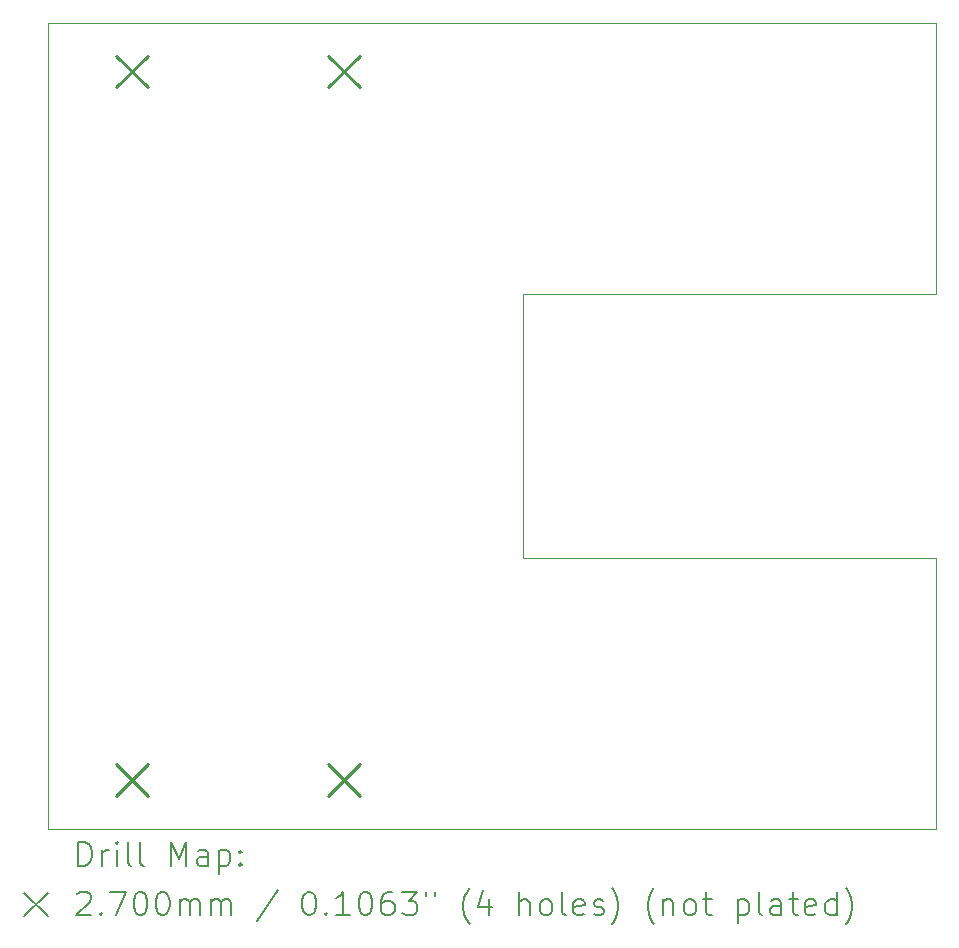
<source format=gbr>
%TF.GenerationSoftware,KiCad,Pcbnew,8.0.7-8.0.7-0~ubuntu22.04.1*%
%TF.CreationDate,2025-02-05T23:47:48-05:00*%
%TF.ProjectId,SHERPENT20250113,53484552-5045-44e5-9432-303235303131,rev?*%
%TF.SameCoordinates,Original*%
%TF.FileFunction,Drillmap*%
%TF.FilePolarity,Positive*%
%FSLAX45Y45*%
G04 Gerber Fmt 4.5, Leading zero omitted, Abs format (unit mm)*
G04 Created by KiCad (PCBNEW 8.0.7-8.0.7-0~ubuntu22.04.1) date 2025-02-05 23:47:48*
%MOMM*%
%LPD*%
G01*
G04 APERTURE LIST*
%ADD10C,0.050000*%
%ADD11C,0.200000*%
%ADD12C,0.270000*%
G04 APERTURE END LIST*
D10*
X17209760Y-11414800D02*
X20709880Y-11414800D01*
X20709880Y-11414800D02*
X20709880Y-13709640D01*
X20709880Y-6889840D02*
X20709880Y-9184680D01*
X13191480Y-13709640D02*
X13191480Y-6889840D01*
X17209760Y-9184680D02*
X17209760Y-11414800D01*
X20709880Y-13709640D02*
X13191480Y-13709640D01*
X13191480Y-6889840D02*
X20709880Y-6889840D01*
X20709880Y-9184680D02*
X17209760Y-9184680D01*
D11*
D12*
X13765000Y-7165000D02*
X14035000Y-7435000D01*
X14035000Y-7165000D02*
X13765000Y-7435000D01*
X13765000Y-13165000D02*
X14035000Y-13435000D01*
X14035000Y-13165000D02*
X13765000Y-13435000D01*
X15565000Y-7165000D02*
X15835000Y-7435000D01*
X15835000Y-7165000D02*
X15565000Y-7435000D01*
X15565000Y-13165000D02*
X15835000Y-13435000D01*
X15835000Y-13165000D02*
X15565000Y-13435000D01*
D11*
X13449757Y-14023624D02*
X13449757Y-13823624D01*
X13449757Y-13823624D02*
X13497376Y-13823624D01*
X13497376Y-13823624D02*
X13525947Y-13833148D01*
X13525947Y-13833148D02*
X13544995Y-13852195D01*
X13544995Y-13852195D02*
X13554519Y-13871243D01*
X13554519Y-13871243D02*
X13564042Y-13909338D01*
X13564042Y-13909338D02*
X13564042Y-13937909D01*
X13564042Y-13937909D02*
X13554519Y-13976005D01*
X13554519Y-13976005D02*
X13544995Y-13995052D01*
X13544995Y-13995052D02*
X13525947Y-14014100D01*
X13525947Y-14014100D02*
X13497376Y-14023624D01*
X13497376Y-14023624D02*
X13449757Y-14023624D01*
X13649757Y-14023624D02*
X13649757Y-13890290D01*
X13649757Y-13928386D02*
X13659281Y-13909338D01*
X13659281Y-13909338D02*
X13668804Y-13899814D01*
X13668804Y-13899814D02*
X13687852Y-13890290D01*
X13687852Y-13890290D02*
X13706900Y-13890290D01*
X13773566Y-14023624D02*
X13773566Y-13890290D01*
X13773566Y-13823624D02*
X13764042Y-13833148D01*
X13764042Y-13833148D02*
X13773566Y-13842671D01*
X13773566Y-13842671D02*
X13783090Y-13833148D01*
X13783090Y-13833148D02*
X13773566Y-13823624D01*
X13773566Y-13823624D02*
X13773566Y-13842671D01*
X13897376Y-14023624D02*
X13878328Y-14014100D01*
X13878328Y-14014100D02*
X13868804Y-13995052D01*
X13868804Y-13995052D02*
X13868804Y-13823624D01*
X14002138Y-14023624D02*
X13983090Y-14014100D01*
X13983090Y-14014100D02*
X13973566Y-13995052D01*
X13973566Y-13995052D02*
X13973566Y-13823624D01*
X14230709Y-14023624D02*
X14230709Y-13823624D01*
X14230709Y-13823624D02*
X14297376Y-13966481D01*
X14297376Y-13966481D02*
X14364042Y-13823624D01*
X14364042Y-13823624D02*
X14364042Y-14023624D01*
X14544995Y-14023624D02*
X14544995Y-13918862D01*
X14544995Y-13918862D02*
X14535471Y-13899814D01*
X14535471Y-13899814D02*
X14516423Y-13890290D01*
X14516423Y-13890290D02*
X14478328Y-13890290D01*
X14478328Y-13890290D02*
X14459281Y-13899814D01*
X14544995Y-14014100D02*
X14525947Y-14023624D01*
X14525947Y-14023624D02*
X14478328Y-14023624D01*
X14478328Y-14023624D02*
X14459281Y-14014100D01*
X14459281Y-14014100D02*
X14449757Y-13995052D01*
X14449757Y-13995052D02*
X14449757Y-13976005D01*
X14449757Y-13976005D02*
X14459281Y-13956957D01*
X14459281Y-13956957D02*
X14478328Y-13947433D01*
X14478328Y-13947433D02*
X14525947Y-13947433D01*
X14525947Y-13947433D02*
X14544995Y-13937909D01*
X14640233Y-13890290D02*
X14640233Y-14090290D01*
X14640233Y-13899814D02*
X14659281Y-13890290D01*
X14659281Y-13890290D02*
X14697376Y-13890290D01*
X14697376Y-13890290D02*
X14716423Y-13899814D01*
X14716423Y-13899814D02*
X14725947Y-13909338D01*
X14725947Y-13909338D02*
X14735471Y-13928386D01*
X14735471Y-13928386D02*
X14735471Y-13985528D01*
X14735471Y-13985528D02*
X14725947Y-14004576D01*
X14725947Y-14004576D02*
X14716423Y-14014100D01*
X14716423Y-14014100D02*
X14697376Y-14023624D01*
X14697376Y-14023624D02*
X14659281Y-14023624D01*
X14659281Y-14023624D02*
X14640233Y-14014100D01*
X14821185Y-14004576D02*
X14830709Y-14014100D01*
X14830709Y-14014100D02*
X14821185Y-14023624D01*
X14821185Y-14023624D02*
X14811662Y-14014100D01*
X14811662Y-14014100D02*
X14821185Y-14004576D01*
X14821185Y-14004576D02*
X14821185Y-14023624D01*
X14821185Y-13899814D02*
X14830709Y-13909338D01*
X14830709Y-13909338D02*
X14821185Y-13918862D01*
X14821185Y-13918862D02*
X14811662Y-13909338D01*
X14811662Y-13909338D02*
X14821185Y-13899814D01*
X14821185Y-13899814D02*
X14821185Y-13918862D01*
X12988980Y-14252140D02*
X13188980Y-14452140D01*
X13188980Y-14252140D02*
X12988980Y-14452140D01*
X13440233Y-14262671D02*
X13449757Y-14253148D01*
X13449757Y-14253148D02*
X13468804Y-14243624D01*
X13468804Y-14243624D02*
X13516423Y-14243624D01*
X13516423Y-14243624D02*
X13535471Y-14253148D01*
X13535471Y-14253148D02*
X13544995Y-14262671D01*
X13544995Y-14262671D02*
X13554519Y-14281719D01*
X13554519Y-14281719D02*
X13554519Y-14300767D01*
X13554519Y-14300767D02*
X13544995Y-14329338D01*
X13544995Y-14329338D02*
X13430709Y-14443624D01*
X13430709Y-14443624D02*
X13554519Y-14443624D01*
X13640233Y-14424576D02*
X13649757Y-14434100D01*
X13649757Y-14434100D02*
X13640233Y-14443624D01*
X13640233Y-14443624D02*
X13630709Y-14434100D01*
X13630709Y-14434100D02*
X13640233Y-14424576D01*
X13640233Y-14424576D02*
X13640233Y-14443624D01*
X13716423Y-14243624D02*
X13849757Y-14243624D01*
X13849757Y-14243624D02*
X13764042Y-14443624D01*
X13964042Y-14243624D02*
X13983090Y-14243624D01*
X13983090Y-14243624D02*
X14002138Y-14253148D01*
X14002138Y-14253148D02*
X14011662Y-14262671D01*
X14011662Y-14262671D02*
X14021185Y-14281719D01*
X14021185Y-14281719D02*
X14030709Y-14319814D01*
X14030709Y-14319814D02*
X14030709Y-14367433D01*
X14030709Y-14367433D02*
X14021185Y-14405528D01*
X14021185Y-14405528D02*
X14011662Y-14424576D01*
X14011662Y-14424576D02*
X14002138Y-14434100D01*
X14002138Y-14434100D02*
X13983090Y-14443624D01*
X13983090Y-14443624D02*
X13964042Y-14443624D01*
X13964042Y-14443624D02*
X13944995Y-14434100D01*
X13944995Y-14434100D02*
X13935471Y-14424576D01*
X13935471Y-14424576D02*
X13925947Y-14405528D01*
X13925947Y-14405528D02*
X13916423Y-14367433D01*
X13916423Y-14367433D02*
X13916423Y-14319814D01*
X13916423Y-14319814D02*
X13925947Y-14281719D01*
X13925947Y-14281719D02*
X13935471Y-14262671D01*
X13935471Y-14262671D02*
X13944995Y-14253148D01*
X13944995Y-14253148D02*
X13964042Y-14243624D01*
X14154519Y-14243624D02*
X14173566Y-14243624D01*
X14173566Y-14243624D02*
X14192614Y-14253148D01*
X14192614Y-14253148D02*
X14202138Y-14262671D01*
X14202138Y-14262671D02*
X14211662Y-14281719D01*
X14211662Y-14281719D02*
X14221185Y-14319814D01*
X14221185Y-14319814D02*
X14221185Y-14367433D01*
X14221185Y-14367433D02*
X14211662Y-14405528D01*
X14211662Y-14405528D02*
X14202138Y-14424576D01*
X14202138Y-14424576D02*
X14192614Y-14434100D01*
X14192614Y-14434100D02*
X14173566Y-14443624D01*
X14173566Y-14443624D02*
X14154519Y-14443624D01*
X14154519Y-14443624D02*
X14135471Y-14434100D01*
X14135471Y-14434100D02*
X14125947Y-14424576D01*
X14125947Y-14424576D02*
X14116423Y-14405528D01*
X14116423Y-14405528D02*
X14106900Y-14367433D01*
X14106900Y-14367433D02*
X14106900Y-14319814D01*
X14106900Y-14319814D02*
X14116423Y-14281719D01*
X14116423Y-14281719D02*
X14125947Y-14262671D01*
X14125947Y-14262671D02*
X14135471Y-14253148D01*
X14135471Y-14253148D02*
X14154519Y-14243624D01*
X14306900Y-14443624D02*
X14306900Y-14310290D01*
X14306900Y-14329338D02*
X14316423Y-14319814D01*
X14316423Y-14319814D02*
X14335471Y-14310290D01*
X14335471Y-14310290D02*
X14364043Y-14310290D01*
X14364043Y-14310290D02*
X14383090Y-14319814D01*
X14383090Y-14319814D02*
X14392614Y-14338862D01*
X14392614Y-14338862D02*
X14392614Y-14443624D01*
X14392614Y-14338862D02*
X14402138Y-14319814D01*
X14402138Y-14319814D02*
X14421185Y-14310290D01*
X14421185Y-14310290D02*
X14449757Y-14310290D01*
X14449757Y-14310290D02*
X14468804Y-14319814D01*
X14468804Y-14319814D02*
X14478328Y-14338862D01*
X14478328Y-14338862D02*
X14478328Y-14443624D01*
X14573566Y-14443624D02*
X14573566Y-14310290D01*
X14573566Y-14329338D02*
X14583090Y-14319814D01*
X14583090Y-14319814D02*
X14602138Y-14310290D01*
X14602138Y-14310290D02*
X14630709Y-14310290D01*
X14630709Y-14310290D02*
X14649757Y-14319814D01*
X14649757Y-14319814D02*
X14659281Y-14338862D01*
X14659281Y-14338862D02*
X14659281Y-14443624D01*
X14659281Y-14338862D02*
X14668804Y-14319814D01*
X14668804Y-14319814D02*
X14687852Y-14310290D01*
X14687852Y-14310290D02*
X14716423Y-14310290D01*
X14716423Y-14310290D02*
X14735471Y-14319814D01*
X14735471Y-14319814D02*
X14744995Y-14338862D01*
X14744995Y-14338862D02*
X14744995Y-14443624D01*
X15135471Y-14234100D02*
X14964043Y-14491243D01*
X15392614Y-14243624D02*
X15411662Y-14243624D01*
X15411662Y-14243624D02*
X15430709Y-14253148D01*
X15430709Y-14253148D02*
X15440233Y-14262671D01*
X15440233Y-14262671D02*
X15449757Y-14281719D01*
X15449757Y-14281719D02*
X15459281Y-14319814D01*
X15459281Y-14319814D02*
X15459281Y-14367433D01*
X15459281Y-14367433D02*
X15449757Y-14405528D01*
X15449757Y-14405528D02*
X15440233Y-14424576D01*
X15440233Y-14424576D02*
X15430709Y-14434100D01*
X15430709Y-14434100D02*
X15411662Y-14443624D01*
X15411662Y-14443624D02*
X15392614Y-14443624D01*
X15392614Y-14443624D02*
X15373566Y-14434100D01*
X15373566Y-14434100D02*
X15364043Y-14424576D01*
X15364043Y-14424576D02*
X15354519Y-14405528D01*
X15354519Y-14405528D02*
X15344995Y-14367433D01*
X15344995Y-14367433D02*
X15344995Y-14319814D01*
X15344995Y-14319814D02*
X15354519Y-14281719D01*
X15354519Y-14281719D02*
X15364043Y-14262671D01*
X15364043Y-14262671D02*
X15373566Y-14253148D01*
X15373566Y-14253148D02*
X15392614Y-14243624D01*
X15544995Y-14424576D02*
X15554519Y-14434100D01*
X15554519Y-14434100D02*
X15544995Y-14443624D01*
X15544995Y-14443624D02*
X15535471Y-14434100D01*
X15535471Y-14434100D02*
X15544995Y-14424576D01*
X15544995Y-14424576D02*
X15544995Y-14443624D01*
X15744995Y-14443624D02*
X15630709Y-14443624D01*
X15687852Y-14443624D02*
X15687852Y-14243624D01*
X15687852Y-14243624D02*
X15668805Y-14272195D01*
X15668805Y-14272195D02*
X15649757Y-14291243D01*
X15649757Y-14291243D02*
X15630709Y-14300767D01*
X15868805Y-14243624D02*
X15887852Y-14243624D01*
X15887852Y-14243624D02*
X15906900Y-14253148D01*
X15906900Y-14253148D02*
X15916424Y-14262671D01*
X15916424Y-14262671D02*
X15925947Y-14281719D01*
X15925947Y-14281719D02*
X15935471Y-14319814D01*
X15935471Y-14319814D02*
X15935471Y-14367433D01*
X15935471Y-14367433D02*
X15925947Y-14405528D01*
X15925947Y-14405528D02*
X15916424Y-14424576D01*
X15916424Y-14424576D02*
X15906900Y-14434100D01*
X15906900Y-14434100D02*
X15887852Y-14443624D01*
X15887852Y-14443624D02*
X15868805Y-14443624D01*
X15868805Y-14443624D02*
X15849757Y-14434100D01*
X15849757Y-14434100D02*
X15840233Y-14424576D01*
X15840233Y-14424576D02*
X15830709Y-14405528D01*
X15830709Y-14405528D02*
X15821186Y-14367433D01*
X15821186Y-14367433D02*
X15821186Y-14319814D01*
X15821186Y-14319814D02*
X15830709Y-14281719D01*
X15830709Y-14281719D02*
X15840233Y-14262671D01*
X15840233Y-14262671D02*
X15849757Y-14253148D01*
X15849757Y-14253148D02*
X15868805Y-14243624D01*
X16106900Y-14243624D02*
X16068805Y-14243624D01*
X16068805Y-14243624D02*
X16049757Y-14253148D01*
X16049757Y-14253148D02*
X16040233Y-14262671D01*
X16040233Y-14262671D02*
X16021186Y-14291243D01*
X16021186Y-14291243D02*
X16011662Y-14329338D01*
X16011662Y-14329338D02*
X16011662Y-14405528D01*
X16011662Y-14405528D02*
X16021186Y-14424576D01*
X16021186Y-14424576D02*
X16030709Y-14434100D01*
X16030709Y-14434100D02*
X16049757Y-14443624D01*
X16049757Y-14443624D02*
X16087852Y-14443624D01*
X16087852Y-14443624D02*
X16106900Y-14434100D01*
X16106900Y-14434100D02*
X16116424Y-14424576D01*
X16116424Y-14424576D02*
X16125947Y-14405528D01*
X16125947Y-14405528D02*
X16125947Y-14357909D01*
X16125947Y-14357909D02*
X16116424Y-14338862D01*
X16116424Y-14338862D02*
X16106900Y-14329338D01*
X16106900Y-14329338D02*
X16087852Y-14319814D01*
X16087852Y-14319814D02*
X16049757Y-14319814D01*
X16049757Y-14319814D02*
X16030709Y-14329338D01*
X16030709Y-14329338D02*
X16021186Y-14338862D01*
X16021186Y-14338862D02*
X16011662Y-14357909D01*
X16192614Y-14243624D02*
X16316424Y-14243624D01*
X16316424Y-14243624D02*
X16249757Y-14319814D01*
X16249757Y-14319814D02*
X16278328Y-14319814D01*
X16278328Y-14319814D02*
X16297376Y-14329338D01*
X16297376Y-14329338D02*
X16306900Y-14338862D01*
X16306900Y-14338862D02*
X16316424Y-14357909D01*
X16316424Y-14357909D02*
X16316424Y-14405528D01*
X16316424Y-14405528D02*
X16306900Y-14424576D01*
X16306900Y-14424576D02*
X16297376Y-14434100D01*
X16297376Y-14434100D02*
X16278328Y-14443624D01*
X16278328Y-14443624D02*
X16221186Y-14443624D01*
X16221186Y-14443624D02*
X16202138Y-14434100D01*
X16202138Y-14434100D02*
X16192614Y-14424576D01*
X16392614Y-14243624D02*
X16392614Y-14281719D01*
X16468805Y-14243624D02*
X16468805Y-14281719D01*
X16764043Y-14519814D02*
X16754519Y-14510290D01*
X16754519Y-14510290D02*
X16735471Y-14481719D01*
X16735471Y-14481719D02*
X16725948Y-14462671D01*
X16725948Y-14462671D02*
X16716424Y-14434100D01*
X16716424Y-14434100D02*
X16706900Y-14386481D01*
X16706900Y-14386481D02*
X16706900Y-14348386D01*
X16706900Y-14348386D02*
X16716424Y-14300767D01*
X16716424Y-14300767D02*
X16725948Y-14272195D01*
X16725948Y-14272195D02*
X16735471Y-14253148D01*
X16735471Y-14253148D02*
X16754519Y-14224576D01*
X16754519Y-14224576D02*
X16764043Y-14215052D01*
X16925948Y-14310290D02*
X16925948Y-14443624D01*
X16878329Y-14234100D02*
X16830710Y-14376957D01*
X16830710Y-14376957D02*
X16954519Y-14376957D01*
X17183091Y-14443624D02*
X17183091Y-14243624D01*
X17268805Y-14443624D02*
X17268805Y-14338862D01*
X17268805Y-14338862D02*
X17259281Y-14319814D01*
X17259281Y-14319814D02*
X17240233Y-14310290D01*
X17240233Y-14310290D02*
X17211662Y-14310290D01*
X17211662Y-14310290D02*
X17192614Y-14319814D01*
X17192614Y-14319814D02*
X17183091Y-14329338D01*
X17392614Y-14443624D02*
X17373567Y-14434100D01*
X17373567Y-14434100D02*
X17364043Y-14424576D01*
X17364043Y-14424576D02*
X17354519Y-14405528D01*
X17354519Y-14405528D02*
X17354519Y-14348386D01*
X17354519Y-14348386D02*
X17364043Y-14329338D01*
X17364043Y-14329338D02*
X17373567Y-14319814D01*
X17373567Y-14319814D02*
X17392614Y-14310290D01*
X17392614Y-14310290D02*
X17421186Y-14310290D01*
X17421186Y-14310290D02*
X17440233Y-14319814D01*
X17440233Y-14319814D02*
X17449757Y-14329338D01*
X17449757Y-14329338D02*
X17459281Y-14348386D01*
X17459281Y-14348386D02*
X17459281Y-14405528D01*
X17459281Y-14405528D02*
X17449757Y-14424576D01*
X17449757Y-14424576D02*
X17440233Y-14434100D01*
X17440233Y-14434100D02*
X17421186Y-14443624D01*
X17421186Y-14443624D02*
X17392614Y-14443624D01*
X17573567Y-14443624D02*
X17554519Y-14434100D01*
X17554519Y-14434100D02*
X17544995Y-14415052D01*
X17544995Y-14415052D02*
X17544995Y-14243624D01*
X17725948Y-14434100D02*
X17706900Y-14443624D01*
X17706900Y-14443624D02*
X17668805Y-14443624D01*
X17668805Y-14443624D02*
X17649757Y-14434100D01*
X17649757Y-14434100D02*
X17640233Y-14415052D01*
X17640233Y-14415052D02*
X17640233Y-14338862D01*
X17640233Y-14338862D02*
X17649757Y-14319814D01*
X17649757Y-14319814D02*
X17668805Y-14310290D01*
X17668805Y-14310290D02*
X17706900Y-14310290D01*
X17706900Y-14310290D02*
X17725948Y-14319814D01*
X17725948Y-14319814D02*
X17735472Y-14338862D01*
X17735472Y-14338862D02*
X17735472Y-14357909D01*
X17735472Y-14357909D02*
X17640233Y-14376957D01*
X17811662Y-14434100D02*
X17830710Y-14443624D01*
X17830710Y-14443624D02*
X17868805Y-14443624D01*
X17868805Y-14443624D02*
X17887853Y-14434100D01*
X17887853Y-14434100D02*
X17897376Y-14415052D01*
X17897376Y-14415052D02*
X17897376Y-14405528D01*
X17897376Y-14405528D02*
X17887853Y-14386481D01*
X17887853Y-14386481D02*
X17868805Y-14376957D01*
X17868805Y-14376957D02*
X17840233Y-14376957D01*
X17840233Y-14376957D02*
X17821186Y-14367433D01*
X17821186Y-14367433D02*
X17811662Y-14348386D01*
X17811662Y-14348386D02*
X17811662Y-14338862D01*
X17811662Y-14338862D02*
X17821186Y-14319814D01*
X17821186Y-14319814D02*
X17840233Y-14310290D01*
X17840233Y-14310290D02*
X17868805Y-14310290D01*
X17868805Y-14310290D02*
X17887853Y-14319814D01*
X17964043Y-14519814D02*
X17973567Y-14510290D01*
X17973567Y-14510290D02*
X17992614Y-14481719D01*
X17992614Y-14481719D02*
X18002138Y-14462671D01*
X18002138Y-14462671D02*
X18011662Y-14434100D01*
X18011662Y-14434100D02*
X18021186Y-14386481D01*
X18021186Y-14386481D02*
X18021186Y-14348386D01*
X18021186Y-14348386D02*
X18011662Y-14300767D01*
X18011662Y-14300767D02*
X18002138Y-14272195D01*
X18002138Y-14272195D02*
X17992614Y-14253148D01*
X17992614Y-14253148D02*
X17973567Y-14224576D01*
X17973567Y-14224576D02*
X17964043Y-14215052D01*
X18325948Y-14519814D02*
X18316424Y-14510290D01*
X18316424Y-14510290D02*
X18297376Y-14481719D01*
X18297376Y-14481719D02*
X18287853Y-14462671D01*
X18287853Y-14462671D02*
X18278329Y-14434100D01*
X18278329Y-14434100D02*
X18268805Y-14386481D01*
X18268805Y-14386481D02*
X18268805Y-14348386D01*
X18268805Y-14348386D02*
X18278329Y-14300767D01*
X18278329Y-14300767D02*
X18287853Y-14272195D01*
X18287853Y-14272195D02*
X18297376Y-14253148D01*
X18297376Y-14253148D02*
X18316424Y-14224576D01*
X18316424Y-14224576D02*
X18325948Y-14215052D01*
X18402138Y-14310290D02*
X18402138Y-14443624D01*
X18402138Y-14329338D02*
X18411662Y-14319814D01*
X18411662Y-14319814D02*
X18430710Y-14310290D01*
X18430710Y-14310290D02*
X18459281Y-14310290D01*
X18459281Y-14310290D02*
X18478329Y-14319814D01*
X18478329Y-14319814D02*
X18487853Y-14338862D01*
X18487853Y-14338862D02*
X18487853Y-14443624D01*
X18611662Y-14443624D02*
X18592614Y-14434100D01*
X18592614Y-14434100D02*
X18583091Y-14424576D01*
X18583091Y-14424576D02*
X18573567Y-14405528D01*
X18573567Y-14405528D02*
X18573567Y-14348386D01*
X18573567Y-14348386D02*
X18583091Y-14329338D01*
X18583091Y-14329338D02*
X18592614Y-14319814D01*
X18592614Y-14319814D02*
X18611662Y-14310290D01*
X18611662Y-14310290D02*
X18640234Y-14310290D01*
X18640234Y-14310290D02*
X18659281Y-14319814D01*
X18659281Y-14319814D02*
X18668805Y-14329338D01*
X18668805Y-14329338D02*
X18678329Y-14348386D01*
X18678329Y-14348386D02*
X18678329Y-14405528D01*
X18678329Y-14405528D02*
X18668805Y-14424576D01*
X18668805Y-14424576D02*
X18659281Y-14434100D01*
X18659281Y-14434100D02*
X18640234Y-14443624D01*
X18640234Y-14443624D02*
X18611662Y-14443624D01*
X18735472Y-14310290D02*
X18811662Y-14310290D01*
X18764043Y-14243624D02*
X18764043Y-14415052D01*
X18764043Y-14415052D02*
X18773567Y-14434100D01*
X18773567Y-14434100D02*
X18792614Y-14443624D01*
X18792614Y-14443624D02*
X18811662Y-14443624D01*
X19030710Y-14310290D02*
X19030710Y-14510290D01*
X19030710Y-14319814D02*
X19049757Y-14310290D01*
X19049757Y-14310290D02*
X19087853Y-14310290D01*
X19087853Y-14310290D02*
X19106900Y-14319814D01*
X19106900Y-14319814D02*
X19116424Y-14329338D01*
X19116424Y-14329338D02*
X19125948Y-14348386D01*
X19125948Y-14348386D02*
X19125948Y-14405528D01*
X19125948Y-14405528D02*
X19116424Y-14424576D01*
X19116424Y-14424576D02*
X19106900Y-14434100D01*
X19106900Y-14434100D02*
X19087853Y-14443624D01*
X19087853Y-14443624D02*
X19049757Y-14443624D01*
X19049757Y-14443624D02*
X19030710Y-14434100D01*
X19240234Y-14443624D02*
X19221186Y-14434100D01*
X19221186Y-14434100D02*
X19211662Y-14415052D01*
X19211662Y-14415052D02*
X19211662Y-14243624D01*
X19402138Y-14443624D02*
X19402138Y-14338862D01*
X19402138Y-14338862D02*
X19392615Y-14319814D01*
X19392615Y-14319814D02*
X19373567Y-14310290D01*
X19373567Y-14310290D02*
X19335472Y-14310290D01*
X19335472Y-14310290D02*
X19316424Y-14319814D01*
X19402138Y-14434100D02*
X19383091Y-14443624D01*
X19383091Y-14443624D02*
X19335472Y-14443624D01*
X19335472Y-14443624D02*
X19316424Y-14434100D01*
X19316424Y-14434100D02*
X19306900Y-14415052D01*
X19306900Y-14415052D02*
X19306900Y-14396005D01*
X19306900Y-14396005D02*
X19316424Y-14376957D01*
X19316424Y-14376957D02*
X19335472Y-14367433D01*
X19335472Y-14367433D02*
X19383091Y-14367433D01*
X19383091Y-14367433D02*
X19402138Y-14357909D01*
X19468805Y-14310290D02*
X19544995Y-14310290D01*
X19497376Y-14243624D02*
X19497376Y-14415052D01*
X19497376Y-14415052D02*
X19506900Y-14434100D01*
X19506900Y-14434100D02*
X19525948Y-14443624D01*
X19525948Y-14443624D02*
X19544995Y-14443624D01*
X19687853Y-14434100D02*
X19668805Y-14443624D01*
X19668805Y-14443624D02*
X19630710Y-14443624D01*
X19630710Y-14443624D02*
X19611662Y-14434100D01*
X19611662Y-14434100D02*
X19602138Y-14415052D01*
X19602138Y-14415052D02*
X19602138Y-14338862D01*
X19602138Y-14338862D02*
X19611662Y-14319814D01*
X19611662Y-14319814D02*
X19630710Y-14310290D01*
X19630710Y-14310290D02*
X19668805Y-14310290D01*
X19668805Y-14310290D02*
X19687853Y-14319814D01*
X19687853Y-14319814D02*
X19697376Y-14338862D01*
X19697376Y-14338862D02*
X19697376Y-14357909D01*
X19697376Y-14357909D02*
X19602138Y-14376957D01*
X19868805Y-14443624D02*
X19868805Y-14243624D01*
X19868805Y-14434100D02*
X19849757Y-14443624D01*
X19849757Y-14443624D02*
X19811662Y-14443624D01*
X19811662Y-14443624D02*
X19792615Y-14434100D01*
X19792615Y-14434100D02*
X19783091Y-14424576D01*
X19783091Y-14424576D02*
X19773567Y-14405528D01*
X19773567Y-14405528D02*
X19773567Y-14348386D01*
X19773567Y-14348386D02*
X19783091Y-14329338D01*
X19783091Y-14329338D02*
X19792615Y-14319814D01*
X19792615Y-14319814D02*
X19811662Y-14310290D01*
X19811662Y-14310290D02*
X19849757Y-14310290D01*
X19849757Y-14310290D02*
X19868805Y-14319814D01*
X19944996Y-14519814D02*
X19954519Y-14510290D01*
X19954519Y-14510290D02*
X19973567Y-14481719D01*
X19973567Y-14481719D02*
X19983091Y-14462671D01*
X19983091Y-14462671D02*
X19992615Y-14434100D01*
X19992615Y-14434100D02*
X20002138Y-14386481D01*
X20002138Y-14386481D02*
X20002138Y-14348386D01*
X20002138Y-14348386D02*
X19992615Y-14300767D01*
X19992615Y-14300767D02*
X19983091Y-14272195D01*
X19983091Y-14272195D02*
X19973567Y-14253148D01*
X19973567Y-14253148D02*
X19954519Y-14224576D01*
X19954519Y-14224576D02*
X19944996Y-14215052D01*
M02*

</source>
